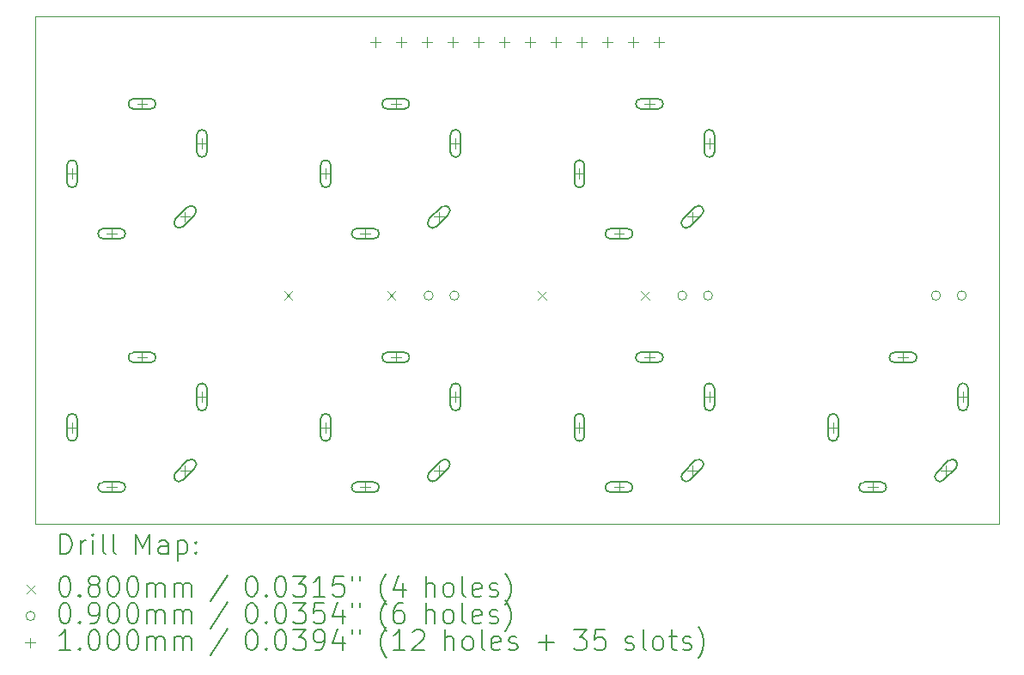
<source format=gbr>
%TF.GenerationSoftware,KiCad,Pcbnew,(7.0.0)*%
%TF.CreationDate,2023-03-06T21:21:28-06:00*%
%TF.ProjectId,SlopesJack,536c6f70-6573-44a6-9163-6b2e6b696361,rev?*%
%TF.SameCoordinates,Original*%
%TF.FileFunction,Drillmap*%
%TF.FilePolarity,Positive*%
%FSLAX45Y45*%
G04 Gerber Fmt 4.5, Leading zero omitted, Abs format (unit mm)*
G04 Created by KiCad (PCBNEW (7.0.0)) date 2023-03-06 21:21:28*
%MOMM*%
%LPD*%
G01*
G04 APERTURE LIST*
%ADD10C,0.100000*%
%ADD11C,0.200000*%
%ADD12C,0.080000*%
%ADD13C,0.090000*%
G04 APERTURE END LIST*
D10*
X30250000Y-13500000D02*
X39750000Y-13500000D01*
X39750000Y-13500000D02*
X39750000Y-18500000D01*
X39750000Y-18500000D02*
X30250000Y-18500000D01*
X30250000Y-18500000D02*
X30250000Y-13500000D01*
D11*
D12*
X32702000Y-16210000D02*
X32782000Y-16290000D01*
X32782000Y-16210000D02*
X32702000Y-16290000D01*
X33718000Y-16210000D02*
X33798000Y-16290000D01*
X33798000Y-16210000D02*
X33718000Y-16290000D01*
X35202000Y-16210000D02*
X35282000Y-16290000D01*
X35282000Y-16210000D02*
X35202000Y-16290000D01*
X36218000Y-16210000D02*
X36298000Y-16290000D01*
X36298000Y-16210000D02*
X36218000Y-16290000D01*
D13*
X34168500Y-16250000D02*
G75*
G03*
X34168500Y-16250000I-45000J0D01*
G01*
X34422500Y-16250000D02*
G75*
G03*
X34422500Y-16250000I-45000J0D01*
G01*
X36668500Y-16250000D02*
G75*
G03*
X36668500Y-16250000I-45000J0D01*
G01*
X36922500Y-16250000D02*
G75*
G03*
X36922500Y-16250000I-45000J0D01*
G01*
X39168500Y-16250000D02*
G75*
G03*
X39168500Y-16250000I-45000J0D01*
G01*
X39422500Y-16250000D02*
G75*
G03*
X39422500Y-16250000I-45000J0D01*
G01*
D10*
X30610000Y-15000000D02*
X30610000Y-15100000D01*
X30560000Y-15050000D02*
X30660000Y-15050000D01*
D11*
X30560000Y-14965000D02*
X30560000Y-15135000D01*
X30560000Y-15135000D02*
G75*
G03*
X30660000Y-15135000I50000J0D01*
G01*
X30660000Y-15135000D02*
X30660000Y-14965000D01*
X30660000Y-14965000D02*
G75*
G03*
X30560000Y-14965000I-50000J0D01*
G01*
D10*
X30610000Y-17500000D02*
X30610000Y-17600000D01*
X30560000Y-17550000D02*
X30660000Y-17550000D01*
D11*
X30560000Y-17465000D02*
X30560000Y-17635000D01*
X30560000Y-17635000D02*
G75*
G03*
X30660000Y-17635000I50000J0D01*
G01*
X30660000Y-17635000D02*
X30660000Y-17465000D01*
X30660000Y-17465000D02*
G75*
G03*
X30560000Y-17465000I-50000J0D01*
G01*
D10*
X31000000Y-15590000D02*
X31000000Y-15690000D01*
X30950000Y-15640000D02*
X31050000Y-15640000D01*
D11*
X30915000Y-15690000D02*
X31085000Y-15690000D01*
X31085000Y-15690000D02*
G75*
G03*
X31085000Y-15590000I0J50000D01*
G01*
X31085000Y-15590000D02*
X30915000Y-15590000D01*
X30915000Y-15590000D02*
G75*
G03*
X30915000Y-15690000I0J-50000D01*
G01*
D10*
X31000000Y-18090000D02*
X31000000Y-18190000D01*
X30950000Y-18140000D02*
X31050000Y-18140000D01*
D11*
X30915000Y-18190000D02*
X31085000Y-18190000D01*
X31085000Y-18190000D02*
G75*
G03*
X31085000Y-18090000I0J50000D01*
G01*
X31085000Y-18090000D02*
X30915000Y-18090000D01*
X30915000Y-18090000D02*
G75*
G03*
X30915000Y-18190000I0J-50000D01*
G01*
D10*
X31300000Y-14310000D02*
X31300000Y-14410000D01*
X31250000Y-14360000D02*
X31350000Y-14360000D01*
D11*
X31215000Y-14410000D02*
X31385000Y-14410000D01*
X31385000Y-14410000D02*
G75*
G03*
X31385000Y-14310000I0J50000D01*
G01*
X31385000Y-14310000D02*
X31215000Y-14310000D01*
X31215000Y-14310000D02*
G75*
G03*
X31215000Y-14410000I0J-50000D01*
G01*
D10*
X31300000Y-16810000D02*
X31300000Y-16910000D01*
X31250000Y-16860000D02*
X31350000Y-16860000D01*
D11*
X31215000Y-16910000D02*
X31385000Y-16910000D01*
X31385000Y-16910000D02*
G75*
G03*
X31385000Y-16810000I0J50000D01*
G01*
X31385000Y-16810000D02*
X31215000Y-16810000D01*
X31215000Y-16810000D02*
G75*
G03*
X31215000Y-16910000I0J-50000D01*
G01*
D10*
X31724000Y-15424000D02*
X31724000Y-15524000D01*
X31674000Y-15474000D02*
X31774000Y-15474000D01*
D11*
X31699251Y-15569459D02*
X31819459Y-15449251D01*
X31819459Y-15449251D02*
G75*
G03*
X31748749Y-15378541I-35355J35355D01*
G01*
X31748749Y-15378541D02*
X31628541Y-15498749D01*
X31628541Y-15498749D02*
G75*
G03*
X31699251Y-15569459I35355J-35355D01*
G01*
D10*
X31724000Y-17924000D02*
X31724000Y-18024000D01*
X31674000Y-17974000D02*
X31774000Y-17974000D01*
D11*
X31699251Y-18069459D02*
X31819459Y-17949251D01*
X31819459Y-17949251D02*
G75*
G03*
X31748749Y-17878541I-35355J35355D01*
G01*
X31748749Y-17878541D02*
X31628541Y-17998749D01*
X31628541Y-17998749D02*
G75*
G03*
X31699251Y-18069459I35355J-35355D01*
G01*
D10*
X31890000Y-14700000D02*
X31890000Y-14800000D01*
X31840000Y-14750000D02*
X31940000Y-14750000D01*
D11*
X31840000Y-14665000D02*
X31840000Y-14835000D01*
X31840000Y-14835000D02*
G75*
G03*
X31940000Y-14835000I50000J0D01*
G01*
X31940000Y-14835000D02*
X31940000Y-14665000D01*
X31940000Y-14665000D02*
G75*
G03*
X31840000Y-14665000I-50000J0D01*
G01*
D10*
X31890000Y-17200000D02*
X31890000Y-17300000D01*
X31840000Y-17250000D02*
X31940000Y-17250000D01*
D11*
X31840000Y-17165000D02*
X31840000Y-17335000D01*
X31840000Y-17335000D02*
G75*
G03*
X31940000Y-17335000I50000J0D01*
G01*
X31940000Y-17335000D02*
X31940000Y-17165000D01*
X31940000Y-17165000D02*
G75*
G03*
X31840000Y-17165000I-50000J0D01*
G01*
D10*
X33110000Y-15000000D02*
X33110000Y-15100000D01*
X33060000Y-15050000D02*
X33160000Y-15050000D01*
D11*
X33060000Y-14965000D02*
X33060000Y-15135000D01*
X33060000Y-15135000D02*
G75*
G03*
X33160000Y-15135000I50000J0D01*
G01*
X33160000Y-15135000D02*
X33160000Y-14965000D01*
X33160000Y-14965000D02*
G75*
G03*
X33060000Y-14965000I-50000J0D01*
G01*
D10*
X33110000Y-17500000D02*
X33110000Y-17600000D01*
X33060000Y-17550000D02*
X33160000Y-17550000D01*
D11*
X33060000Y-17465000D02*
X33060000Y-17635000D01*
X33060000Y-17635000D02*
G75*
G03*
X33160000Y-17635000I50000J0D01*
G01*
X33160000Y-17635000D02*
X33160000Y-17465000D01*
X33160000Y-17465000D02*
G75*
G03*
X33060000Y-17465000I-50000J0D01*
G01*
D10*
X33500000Y-15590000D02*
X33500000Y-15690000D01*
X33450000Y-15640000D02*
X33550000Y-15640000D01*
D11*
X33415000Y-15690000D02*
X33585000Y-15690000D01*
X33585000Y-15690000D02*
G75*
G03*
X33585000Y-15590000I0J50000D01*
G01*
X33585000Y-15590000D02*
X33415000Y-15590000D01*
X33415000Y-15590000D02*
G75*
G03*
X33415000Y-15690000I0J-50000D01*
G01*
D10*
X33500000Y-18090000D02*
X33500000Y-18190000D01*
X33450000Y-18140000D02*
X33550000Y-18140000D01*
D11*
X33415000Y-18190000D02*
X33585000Y-18190000D01*
X33585000Y-18190000D02*
G75*
G03*
X33585000Y-18090000I0J50000D01*
G01*
X33585000Y-18090000D02*
X33415000Y-18090000D01*
X33415000Y-18090000D02*
G75*
G03*
X33415000Y-18190000I0J-50000D01*
G01*
D10*
X33602500Y-13700000D02*
X33602500Y-13800000D01*
X33552500Y-13750000D02*
X33652500Y-13750000D01*
X33800000Y-14310000D02*
X33800000Y-14410000D01*
X33750000Y-14360000D02*
X33850000Y-14360000D01*
D11*
X33715000Y-14410000D02*
X33885000Y-14410000D01*
X33885000Y-14410000D02*
G75*
G03*
X33885000Y-14310000I0J50000D01*
G01*
X33885000Y-14310000D02*
X33715000Y-14310000D01*
X33715000Y-14310000D02*
G75*
G03*
X33715000Y-14410000I0J-50000D01*
G01*
D10*
X33800000Y-16810000D02*
X33800000Y-16910000D01*
X33750000Y-16860000D02*
X33850000Y-16860000D01*
D11*
X33715000Y-16910000D02*
X33885000Y-16910000D01*
X33885000Y-16910000D02*
G75*
G03*
X33885000Y-16810000I0J50000D01*
G01*
X33885000Y-16810000D02*
X33715000Y-16810000D01*
X33715000Y-16810000D02*
G75*
G03*
X33715000Y-16910000I0J-50000D01*
G01*
D10*
X33856500Y-13700000D02*
X33856500Y-13800000D01*
X33806500Y-13750000D02*
X33906500Y-13750000D01*
X34110500Y-13700000D02*
X34110500Y-13800000D01*
X34060500Y-13750000D02*
X34160500Y-13750000D01*
X34224000Y-15424000D02*
X34224000Y-15524000D01*
X34174000Y-15474000D02*
X34274000Y-15474000D01*
D11*
X34199251Y-15569459D02*
X34319459Y-15449251D01*
X34319459Y-15449251D02*
G75*
G03*
X34248749Y-15378541I-35355J35355D01*
G01*
X34248749Y-15378541D02*
X34128541Y-15498749D01*
X34128541Y-15498749D02*
G75*
G03*
X34199251Y-15569459I35355J-35355D01*
G01*
D10*
X34224000Y-17924000D02*
X34224000Y-18024000D01*
X34174000Y-17974000D02*
X34274000Y-17974000D01*
D11*
X34199251Y-18069459D02*
X34319459Y-17949251D01*
X34319459Y-17949251D02*
G75*
G03*
X34248749Y-17878541I-35355J35355D01*
G01*
X34248749Y-17878541D02*
X34128541Y-17998749D01*
X34128541Y-17998749D02*
G75*
G03*
X34199251Y-18069459I35355J-35355D01*
G01*
D10*
X34364500Y-13700000D02*
X34364500Y-13800000D01*
X34314500Y-13750000D02*
X34414500Y-13750000D01*
X34390000Y-14700000D02*
X34390000Y-14800000D01*
X34340000Y-14750000D02*
X34440000Y-14750000D01*
D11*
X34340000Y-14665000D02*
X34340000Y-14835000D01*
X34340000Y-14835000D02*
G75*
G03*
X34440000Y-14835000I50000J0D01*
G01*
X34440000Y-14835000D02*
X34440000Y-14665000D01*
X34440000Y-14665000D02*
G75*
G03*
X34340000Y-14665000I-50000J0D01*
G01*
D10*
X34390000Y-17200000D02*
X34390000Y-17300000D01*
X34340000Y-17250000D02*
X34440000Y-17250000D01*
D11*
X34340000Y-17165000D02*
X34340000Y-17335000D01*
X34340000Y-17335000D02*
G75*
G03*
X34440000Y-17335000I50000J0D01*
G01*
X34440000Y-17335000D02*
X34440000Y-17165000D01*
X34440000Y-17165000D02*
G75*
G03*
X34340000Y-17165000I-50000J0D01*
G01*
D10*
X34618500Y-13700000D02*
X34618500Y-13800000D01*
X34568500Y-13750000D02*
X34668500Y-13750000D01*
X34872500Y-13700000D02*
X34872500Y-13800000D01*
X34822500Y-13750000D02*
X34922500Y-13750000D01*
X35126500Y-13700000D02*
X35126500Y-13800000D01*
X35076500Y-13750000D02*
X35176500Y-13750000D01*
X35380500Y-13700000D02*
X35380500Y-13800000D01*
X35330500Y-13750000D02*
X35430500Y-13750000D01*
X35610000Y-15000000D02*
X35610000Y-15100000D01*
X35560000Y-15050000D02*
X35660000Y-15050000D01*
D11*
X35560000Y-14965000D02*
X35560000Y-15135000D01*
X35560000Y-15135000D02*
G75*
G03*
X35660000Y-15135000I50000J0D01*
G01*
X35660000Y-15135000D02*
X35660000Y-14965000D01*
X35660000Y-14965000D02*
G75*
G03*
X35560000Y-14965000I-50000J0D01*
G01*
D10*
X35610000Y-17500000D02*
X35610000Y-17600000D01*
X35560000Y-17550000D02*
X35660000Y-17550000D01*
D11*
X35560000Y-17465000D02*
X35560000Y-17635000D01*
X35560000Y-17635000D02*
G75*
G03*
X35660000Y-17635000I50000J0D01*
G01*
X35660000Y-17635000D02*
X35660000Y-17465000D01*
X35660000Y-17465000D02*
G75*
G03*
X35560000Y-17465000I-50000J0D01*
G01*
D10*
X35634500Y-13700000D02*
X35634500Y-13800000D01*
X35584500Y-13750000D02*
X35684500Y-13750000D01*
X35888500Y-13700000D02*
X35888500Y-13800000D01*
X35838500Y-13750000D02*
X35938500Y-13750000D01*
X36000000Y-15590000D02*
X36000000Y-15690000D01*
X35950000Y-15640000D02*
X36050000Y-15640000D01*
D11*
X35915000Y-15690000D02*
X36085000Y-15690000D01*
X36085000Y-15690000D02*
G75*
G03*
X36085000Y-15590000I0J50000D01*
G01*
X36085000Y-15590000D02*
X35915000Y-15590000D01*
X35915000Y-15590000D02*
G75*
G03*
X35915000Y-15690000I0J-50000D01*
G01*
D10*
X36000000Y-18090000D02*
X36000000Y-18190000D01*
X35950000Y-18140000D02*
X36050000Y-18140000D01*
D11*
X35915000Y-18190000D02*
X36085000Y-18190000D01*
X36085000Y-18190000D02*
G75*
G03*
X36085000Y-18090000I0J50000D01*
G01*
X36085000Y-18090000D02*
X35915000Y-18090000D01*
X35915000Y-18090000D02*
G75*
G03*
X35915000Y-18190000I0J-50000D01*
G01*
D10*
X36142500Y-13700000D02*
X36142500Y-13800000D01*
X36092500Y-13750000D02*
X36192500Y-13750000D01*
X36300000Y-14310000D02*
X36300000Y-14410000D01*
X36250000Y-14360000D02*
X36350000Y-14360000D01*
D11*
X36215000Y-14410000D02*
X36385000Y-14410000D01*
X36385000Y-14410000D02*
G75*
G03*
X36385000Y-14310000I0J50000D01*
G01*
X36385000Y-14310000D02*
X36215000Y-14310000D01*
X36215000Y-14310000D02*
G75*
G03*
X36215000Y-14410000I0J-50000D01*
G01*
D10*
X36300000Y-16810000D02*
X36300000Y-16910000D01*
X36250000Y-16860000D02*
X36350000Y-16860000D01*
D11*
X36215000Y-16910000D02*
X36385000Y-16910000D01*
X36385000Y-16910000D02*
G75*
G03*
X36385000Y-16810000I0J50000D01*
G01*
X36385000Y-16810000D02*
X36215000Y-16810000D01*
X36215000Y-16810000D02*
G75*
G03*
X36215000Y-16910000I0J-50000D01*
G01*
D10*
X36396500Y-13700000D02*
X36396500Y-13800000D01*
X36346500Y-13750000D02*
X36446500Y-13750000D01*
X36724000Y-15424000D02*
X36724000Y-15524000D01*
X36674000Y-15474000D02*
X36774000Y-15474000D01*
D11*
X36699251Y-15569459D02*
X36819459Y-15449251D01*
X36819459Y-15449251D02*
G75*
G03*
X36748749Y-15378541I-35355J35355D01*
G01*
X36748749Y-15378541D02*
X36628541Y-15498749D01*
X36628541Y-15498749D02*
G75*
G03*
X36699251Y-15569459I35355J-35355D01*
G01*
D10*
X36724000Y-17924000D02*
X36724000Y-18024000D01*
X36674000Y-17974000D02*
X36774000Y-17974000D01*
D11*
X36699251Y-18069459D02*
X36819459Y-17949251D01*
X36819459Y-17949251D02*
G75*
G03*
X36748749Y-17878541I-35355J35355D01*
G01*
X36748749Y-17878541D02*
X36628541Y-17998749D01*
X36628541Y-17998749D02*
G75*
G03*
X36699251Y-18069459I35355J-35355D01*
G01*
D10*
X36890000Y-14700000D02*
X36890000Y-14800000D01*
X36840000Y-14750000D02*
X36940000Y-14750000D01*
D11*
X36840000Y-14665000D02*
X36840000Y-14835000D01*
X36840000Y-14835000D02*
G75*
G03*
X36940000Y-14835000I50000J0D01*
G01*
X36940000Y-14835000D02*
X36940000Y-14665000D01*
X36940000Y-14665000D02*
G75*
G03*
X36840000Y-14665000I-50000J0D01*
G01*
D10*
X36890000Y-17200000D02*
X36890000Y-17300000D01*
X36840000Y-17250000D02*
X36940000Y-17250000D01*
D11*
X36840000Y-17165000D02*
X36840000Y-17335000D01*
X36840000Y-17335000D02*
G75*
G03*
X36940000Y-17335000I50000J0D01*
G01*
X36940000Y-17335000D02*
X36940000Y-17165000D01*
X36940000Y-17165000D02*
G75*
G03*
X36840000Y-17165000I-50000J0D01*
G01*
D10*
X38110000Y-17500000D02*
X38110000Y-17600000D01*
X38060000Y-17550000D02*
X38160000Y-17550000D01*
D11*
X38060000Y-17465000D02*
X38060000Y-17635000D01*
X38060000Y-17635000D02*
G75*
G03*
X38160000Y-17635000I50000J0D01*
G01*
X38160000Y-17635000D02*
X38160000Y-17465000D01*
X38160000Y-17465000D02*
G75*
G03*
X38060000Y-17465000I-50000J0D01*
G01*
D10*
X38500000Y-18090000D02*
X38500000Y-18190000D01*
X38450000Y-18140000D02*
X38550000Y-18140000D01*
D11*
X38415000Y-18190000D02*
X38585000Y-18190000D01*
X38585000Y-18190000D02*
G75*
G03*
X38585000Y-18090000I0J50000D01*
G01*
X38585000Y-18090000D02*
X38415000Y-18090000D01*
X38415000Y-18090000D02*
G75*
G03*
X38415000Y-18190000I0J-50000D01*
G01*
D10*
X38800000Y-16810000D02*
X38800000Y-16910000D01*
X38750000Y-16860000D02*
X38850000Y-16860000D01*
D11*
X38715000Y-16910000D02*
X38885000Y-16910000D01*
X38885000Y-16910000D02*
G75*
G03*
X38885000Y-16810000I0J50000D01*
G01*
X38885000Y-16810000D02*
X38715000Y-16810000D01*
X38715000Y-16810000D02*
G75*
G03*
X38715000Y-16910000I0J-50000D01*
G01*
D10*
X39224000Y-17924000D02*
X39224000Y-18024000D01*
X39174000Y-17974000D02*
X39274000Y-17974000D01*
D11*
X39199251Y-18069459D02*
X39319459Y-17949251D01*
X39319459Y-17949251D02*
G75*
G03*
X39248749Y-17878541I-35355J35355D01*
G01*
X39248749Y-17878541D02*
X39128541Y-17998749D01*
X39128541Y-17998749D02*
G75*
G03*
X39199251Y-18069459I35355J-35355D01*
G01*
D10*
X39390000Y-17200000D02*
X39390000Y-17300000D01*
X39340000Y-17250000D02*
X39440000Y-17250000D01*
D11*
X39340000Y-17165000D02*
X39340000Y-17335000D01*
X39340000Y-17335000D02*
G75*
G03*
X39440000Y-17335000I50000J0D01*
G01*
X39440000Y-17335000D02*
X39440000Y-17165000D01*
X39440000Y-17165000D02*
G75*
G03*
X39340000Y-17165000I-50000J0D01*
G01*
X30492619Y-18798476D02*
X30492619Y-18598476D01*
X30492619Y-18598476D02*
X30540238Y-18598476D01*
X30540238Y-18598476D02*
X30568809Y-18608000D01*
X30568809Y-18608000D02*
X30587857Y-18627048D01*
X30587857Y-18627048D02*
X30597381Y-18646095D01*
X30597381Y-18646095D02*
X30606905Y-18684190D01*
X30606905Y-18684190D02*
X30606905Y-18712762D01*
X30606905Y-18712762D02*
X30597381Y-18750857D01*
X30597381Y-18750857D02*
X30587857Y-18769905D01*
X30587857Y-18769905D02*
X30568809Y-18788952D01*
X30568809Y-18788952D02*
X30540238Y-18798476D01*
X30540238Y-18798476D02*
X30492619Y-18798476D01*
X30692619Y-18798476D02*
X30692619Y-18665143D01*
X30692619Y-18703238D02*
X30702143Y-18684190D01*
X30702143Y-18684190D02*
X30711667Y-18674667D01*
X30711667Y-18674667D02*
X30730714Y-18665143D01*
X30730714Y-18665143D02*
X30749762Y-18665143D01*
X30816428Y-18798476D02*
X30816428Y-18665143D01*
X30816428Y-18598476D02*
X30806905Y-18608000D01*
X30806905Y-18608000D02*
X30816428Y-18617524D01*
X30816428Y-18617524D02*
X30825952Y-18608000D01*
X30825952Y-18608000D02*
X30816428Y-18598476D01*
X30816428Y-18598476D02*
X30816428Y-18617524D01*
X30940238Y-18798476D02*
X30921190Y-18788952D01*
X30921190Y-18788952D02*
X30911667Y-18769905D01*
X30911667Y-18769905D02*
X30911667Y-18598476D01*
X31045000Y-18798476D02*
X31025952Y-18788952D01*
X31025952Y-18788952D02*
X31016428Y-18769905D01*
X31016428Y-18769905D02*
X31016428Y-18598476D01*
X31241190Y-18798476D02*
X31241190Y-18598476D01*
X31241190Y-18598476D02*
X31307857Y-18741333D01*
X31307857Y-18741333D02*
X31374524Y-18598476D01*
X31374524Y-18598476D02*
X31374524Y-18798476D01*
X31555476Y-18798476D02*
X31555476Y-18693714D01*
X31555476Y-18693714D02*
X31545952Y-18674667D01*
X31545952Y-18674667D02*
X31526905Y-18665143D01*
X31526905Y-18665143D02*
X31488809Y-18665143D01*
X31488809Y-18665143D02*
X31469762Y-18674667D01*
X31555476Y-18788952D02*
X31536428Y-18798476D01*
X31536428Y-18798476D02*
X31488809Y-18798476D01*
X31488809Y-18798476D02*
X31469762Y-18788952D01*
X31469762Y-18788952D02*
X31460238Y-18769905D01*
X31460238Y-18769905D02*
X31460238Y-18750857D01*
X31460238Y-18750857D02*
X31469762Y-18731810D01*
X31469762Y-18731810D02*
X31488809Y-18722286D01*
X31488809Y-18722286D02*
X31536428Y-18722286D01*
X31536428Y-18722286D02*
X31555476Y-18712762D01*
X31650714Y-18665143D02*
X31650714Y-18865143D01*
X31650714Y-18674667D02*
X31669762Y-18665143D01*
X31669762Y-18665143D02*
X31707857Y-18665143D01*
X31707857Y-18665143D02*
X31726905Y-18674667D01*
X31726905Y-18674667D02*
X31736428Y-18684190D01*
X31736428Y-18684190D02*
X31745952Y-18703238D01*
X31745952Y-18703238D02*
X31745952Y-18760381D01*
X31745952Y-18760381D02*
X31736428Y-18779429D01*
X31736428Y-18779429D02*
X31726905Y-18788952D01*
X31726905Y-18788952D02*
X31707857Y-18798476D01*
X31707857Y-18798476D02*
X31669762Y-18798476D01*
X31669762Y-18798476D02*
X31650714Y-18788952D01*
X31831667Y-18779429D02*
X31841190Y-18788952D01*
X31841190Y-18788952D02*
X31831667Y-18798476D01*
X31831667Y-18798476D02*
X31822143Y-18788952D01*
X31822143Y-18788952D02*
X31831667Y-18779429D01*
X31831667Y-18779429D02*
X31831667Y-18798476D01*
X31831667Y-18674667D02*
X31841190Y-18684190D01*
X31841190Y-18684190D02*
X31831667Y-18693714D01*
X31831667Y-18693714D02*
X31822143Y-18684190D01*
X31822143Y-18684190D02*
X31831667Y-18674667D01*
X31831667Y-18674667D02*
X31831667Y-18693714D01*
D12*
X30165000Y-19105000D02*
X30245000Y-19185000D01*
X30245000Y-19105000D02*
X30165000Y-19185000D01*
D11*
X30530714Y-19018476D02*
X30549762Y-19018476D01*
X30549762Y-19018476D02*
X30568809Y-19028000D01*
X30568809Y-19028000D02*
X30578333Y-19037524D01*
X30578333Y-19037524D02*
X30587857Y-19056571D01*
X30587857Y-19056571D02*
X30597381Y-19094667D01*
X30597381Y-19094667D02*
X30597381Y-19142286D01*
X30597381Y-19142286D02*
X30587857Y-19180381D01*
X30587857Y-19180381D02*
X30578333Y-19199429D01*
X30578333Y-19199429D02*
X30568809Y-19208952D01*
X30568809Y-19208952D02*
X30549762Y-19218476D01*
X30549762Y-19218476D02*
X30530714Y-19218476D01*
X30530714Y-19218476D02*
X30511667Y-19208952D01*
X30511667Y-19208952D02*
X30502143Y-19199429D01*
X30502143Y-19199429D02*
X30492619Y-19180381D01*
X30492619Y-19180381D02*
X30483095Y-19142286D01*
X30483095Y-19142286D02*
X30483095Y-19094667D01*
X30483095Y-19094667D02*
X30492619Y-19056571D01*
X30492619Y-19056571D02*
X30502143Y-19037524D01*
X30502143Y-19037524D02*
X30511667Y-19028000D01*
X30511667Y-19028000D02*
X30530714Y-19018476D01*
X30683095Y-19199429D02*
X30692619Y-19208952D01*
X30692619Y-19208952D02*
X30683095Y-19218476D01*
X30683095Y-19218476D02*
X30673571Y-19208952D01*
X30673571Y-19208952D02*
X30683095Y-19199429D01*
X30683095Y-19199429D02*
X30683095Y-19218476D01*
X30806905Y-19104190D02*
X30787857Y-19094667D01*
X30787857Y-19094667D02*
X30778333Y-19085143D01*
X30778333Y-19085143D02*
X30768809Y-19066095D01*
X30768809Y-19066095D02*
X30768809Y-19056571D01*
X30768809Y-19056571D02*
X30778333Y-19037524D01*
X30778333Y-19037524D02*
X30787857Y-19028000D01*
X30787857Y-19028000D02*
X30806905Y-19018476D01*
X30806905Y-19018476D02*
X30845000Y-19018476D01*
X30845000Y-19018476D02*
X30864048Y-19028000D01*
X30864048Y-19028000D02*
X30873571Y-19037524D01*
X30873571Y-19037524D02*
X30883095Y-19056571D01*
X30883095Y-19056571D02*
X30883095Y-19066095D01*
X30883095Y-19066095D02*
X30873571Y-19085143D01*
X30873571Y-19085143D02*
X30864048Y-19094667D01*
X30864048Y-19094667D02*
X30845000Y-19104190D01*
X30845000Y-19104190D02*
X30806905Y-19104190D01*
X30806905Y-19104190D02*
X30787857Y-19113714D01*
X30787857Y-19113714D02*
X30778333Y-19123238D01*
X30778333Y-19123238D02*
X30768809Y-19142286D01*
X30768809Y-19142286D02*
X30768809Y-19180381D01*
X30768809Y-19180381D02*
X30778333Y-19199429D01*
X30778333Y-19199429D02*
X30787857Y-19208952D01*
X30787857Y-19208952D02*
X30806905Y-19218476D01*
X30806905Y-19218476D02*
X30845000Y-19218476D01*
X30845000Y-19218476D02*
X30864048Y-19208952D01*
X30864048Y-19208952D02*
X30873571Y-19199429D01*
X30873571Y-19199429D02*
X30883095Y-19180381D01*
X30883095Y-19180381D02*
X30883095Y-19142286D01*
X30883095Y-19142286D02*
X30873571Y-19123238D01*
X30873571Y-19123238D02*
X30864048Y-19113714D01*
X30864048Y-19113714D02*
X30845000Y-19104190D01*
X31006905Y-19018476D02*
X31025952Y-19018476D01*
X31025952Y-19018476D02*
X31045000Y-19028000D01*
X31045000Y-19028000D02*
X31054524Y-19037524D01*
X31054524Y-19037524D02*
X31064048Y-19056571D01*
X31064048Y-19056571D02*
X31073571Y-19094667D01*
X31073571Y-19094667D02*
X31073571Y-19142286D01*
X31073571Y-19142286D02*
X31064048Y-19180381D01*
X31064048Y-19180381D02*
X31054524Y-19199429D01*
X31054524Y-19199429D02*
X31045000Y-19208952D01*
X31045000Y-19208952D02*
X31025952Y-19218476D01*
X31025952Y-19218476D02*
X31006905Y-19218476D01*
X31006905Y-19218476D02*
X30987857Y-19208952D01*
X30987857Y-19208952D02*
X30978333Y-19199429D01*
X30978333Y-19199429D02*
X30968809Y-19180381D01*
X30968809Y-19180381D02*
X30959286Y-19142286D01*
X30959286Y-19142286D02*
X30959286Y-19094667D01*
X30959286Y-19094667D02*
X30968809Y-19056571D01*
X30968809Y-19056571D02*
X30978333Y-19037524D01*
X30978333Y-19037524D02*
X30987857Y-19028000D01*
X30987857Y-19028000D02*
X31006905Y-19018476D01*
X31197381Y-19018476D02*
X31216429Y-19018476D01*
X31216429Y-19018476D02*
X31235476Y-19028000D01*
X31235476Y-19028000D02*
X31245000Y-19037524D01*
X31245000Y-19037524D02*
X31254524Y-19056571D01*
X31254524Y-19056571D02*
X31264048Y-19094667D01*
X31264048Y-19094667D02*
X31264048Y-19142286D01*
X31264048Y-19142286D02*
X31254524Y-19180381D01*
X31254524Y-19180381D02*
X31245000Y-19199429D01*
X31245000Y-19199429D02*
X31235476Y-19208952D01*
X31235476Y-19208952D02*
X31216429Y-19218476D01*
X31216429Y-19218476D02*
X31197381Y-19218476D01*
X31197381Y-19218476D02*
X31178333Y-19208952D01*
X31178333Y-19208952D02*
X31168809Y-19199429D01*
X31168809Y-19199429D02*
X31159286Y-19180381D01*
X31159286Y-19180381D02*
X31149762Y-19142286D01*
X31149762Y-19142286D02*
X31149762Y-19094667D01*
X31149762Y-19094667D02*
X31159286Y-19056571D01*
X31159286Y-19056571D02*
X31168809Y-19037524D01*
X31168809Y-19037524D02*
X31178333Y-19028000D01*
X31178333Y-19028000D02*
X31197381Y-19018476D01*
X31349762Y-19218476D02*
X31349762Y-19085143D01*
X31349762Y-19104190D02*
X31359286Y-19094667D01*
X31359286Y-19094667D02*
X31378333Y-19085143D01*
X31378333Y-19085143D02*
X31406905Y-19085143D01*
X31406905Y-19085143D02*
X31425952Y-19094667D01*
X31425952Y-19094667D02*
X31435476Y-19113714D01*
X31435476Y-19113714D02*
X31435476Y-19218476D01*
X31435476Y-19113714D02*
X31445000Y-19094667D01*
X31445000Y-19094667D02*
X31464048Y-19085143D01*
X31464048Y-19085143D02*
X31492619Y-19085143D01*
X31492619Y-19085143D02*
X31511667Y-19094667D01*
X31511667Y-19094667D02*
X31521190Y-19113714D01*
X31521190Y-19113714D02*
X31521190Y-19218476D01*
X31616429Y-19218476D02*
X31616429Y-19085143D01*
X31616429Y-19104190D02*
X31625952Y-19094667D01*
X31625952Y-19094667D02*
X31645000Y-19085143D01*
X31645000Y-19085143D02*
X31673571Y-19085143D01*
X31673571Y-19085143D02*
X31692619Y-19094667D01*
X31692619Y-19094667D02*
X31702143Y-19113714D01*
X31702143Y-19113714D02*
X31702143Y-19218476D01*
X31702143Y-19113714D02*
X31711667Y-19094667D01*
X31711667Y-19094667D02*
X31730714Y-19085143D01*
X31730714Y-19085143D02*
X31759286Y-19085143D01*
X31759286Y-19085143D02*
X31778333Y-19094667D01*
X31778333Y-19094667D02*
X31787857Y-19113714D01*
X31787857Y-19113714D02*
X31787857Y-19218476D01*
X32145952Y-19008952D02*
X31974524Y-19266095D01*
X32370714Y-19018476D02*
X32389762Y-19018476D01*
X32389762Y-19018476D02*
X32408810Y-19028000D01*
X32408810Y-19028000D02*
X32418333Y-19037524D01*
X32418333Y-19037524D02*
X32427857Y-19056571D01*
X32427857Y-19056571D02*
X32437381Y-19094667D01*
X32437381Y-19094667D02*
X32437381Y-19142286D01*
X32437381Y-19142286D02*
X32427857Y-19180381D01*
X32427857Y-19180381D02*
X32418333Y-19199429D01*
X32418333Y-19199429D02*
X32408810Y-19208952D01*
X32408810Y-19208952D02*
X32389762Y-19218476D01*
X32389762Y-19218476D02*
X32370714Y-19218476D01*
X32370714Y-19218476D02*
X32351667Y-19208952D01*
X32351667Y-19208952D02*
X32342143Y-19199429D01*
X32342143Y-19199429D02*
X32332619Y-19180381D01*
X32332619Y-19180381D02*
X32323095Y-19142286D01*
X32323095Y-19142286D02*
X32323095Y-19094667D01*
X32323095Y-19094667D02*
X32332619Y-19056571D01*
X32332619Y-19056571D02*
X32342143Y-19037524D01*
X32342143Y-19037524D02*
X32351667Y-19028000D01*
X32351667Y-19028000D02*
X32370714Y-19018476D01*
X32523095Y-19199429D02*
X32532619Y-19208952D01*
X32532619Y-19208952D02*
X32523095Y-19218476D01*
X32523095Y-19218476D02*
X32513571Y-19208952D01*
X32513571Y-19208952D02*
X32523095Y-19199429D01*
X32523095Y-19199429D02*
X32523095Y-19218476D01*
X32656429Y-19018476D02*
X32675476Y-19018476D01*
X32675476Y-19018476D02*
X32694524Y-19028000D01*
X32694524Y-19028000D02*
X32704048Y-19037524D01*
X32704048Y-19037524D02*
X32713571Y-19056571D01*
X32713571Y-19056571D02*
X32723095Y-19094667D01*
X32723095Y-19094667D02*
X32723095Y-19142286D01*
X32723095Y-19142286D02*
X32713571Y-19180381D01*
X32713571Y-19180381D02*
X32704048Y-19199429D01*
X32704048Y-19199429D02*
X32694524Y-19208952D01*
X32694524Y-19208952D02*
X32675476Y-19218476D01*
X32675476Y-19218476D02*
X32656429Y-19218476D01*
X32656429Y-19218476D02*
X32637381Y-19208952D01*
X32637381Y-19208952D02*
X32627857Y-19199429D01*
X32627857Y-19199429D02*
X32618333Y-19180381D01*
X32618333Y-19180381D02*
X32608810Y-19142286D01*
X32608810Y-19142286D02*
X32608810Y-19094667D01*
X32608810Y-19094667D02*
X32618333Y-19056571D01*
X32618333Y-19056571D02*
X32627857Y-19037524D01*
X32627857Y-19037524D02*
X32637381Y-19028000D01*
X32637381Y-19028000D02*
X32656429Y-19018476D01*
X32789762Y-19018476D02*
X32913571Y-19018476D01*
X32913571Y-19018476D02*
X32846905Y-19094667D01*
X32846905Y-19094667D02*
X32875476Y-19094667D01*
X32875476Y-19094667D02*
X32894524Y-19104190D01*
X32894524Y-19104190D02*
X32904048Y-19113714D01*
X32904048Y-19113714D02*
X32913571Y-19132762D01*
X32913571Y-19132762D02*
X32913571Y-19180381D01*
X32913571Y-19180381D02*
X32904048Y-19199429D01*
X32904048Y-19199429D02*
X32894524Y-19208952D01*
X32894524Y-19208952D02*
X32875476Y-19218476D01*
X32875476Y-19218476D02*
X32818333Y-19218476D01*
X32818333Y-19218476D02*
X32799286Y-19208952D01*
X32799286Y-19208952D02*
X32789762Y-19199429D01*
X33104048Y-19218476D02*
X32989762Y-19218476D01*
X33046905Y-19218476D02*
X33046905Y-19018476D01*
X33046905Y-19018476D02*
X33027857Y-19047048D01*
X33027857Y-19047048D02*
X33008810Y-19066095D01*
X33008810Y-19066095D02*
X32989762Y-19075619D01*
X33285000Y-19018476D02*
X33189762Y-19018476D01*
X33189762Y-19018476D02*
X33180238Y-19113714D01*
X33180238Y-19113714D02*
X33189762Y-19104190D01*
X33189762Y-19104190D02*
X33208810Y-19094667D01*
X33208810Y-19094667D02*
X33256429Y-19094667D01*
X33256429Y-19094667D02*
X33275476Y-19104190D01*
X33275476Y-19104190D02*
X33285000Y-19113714D01*
X33285000Y-19113714D02*
X33294524Y-19132762D01*
X33294524Y-19132762D02*
X33294524Y-19180381D01*
X33294524Y-19180381D02*
X33285000Y-19199429D01*
X33285000Y-19199429D02*
X33275476Y-19208952D01*
X33275476Y-19208952D02*
X33256429Y-19218476D01*
X33256429Y-19218476D02*
X33208810Y-19218476D01*
X33208810Y-19218476D02*
X33189762Y-19208952D01*
X33189762Y-19208952D02*
X33180238Y-19199429D01*
X33370714Y-19018476D02*
X33370714Y-19056571D01*
X33446905Y-19018476D02*
X33446905Y-19056571D01*
X33709762Y-19294667D02*
X33700238Y-19285143D01*
X33700238Y-19285143D02*
X33681191Y-19256571D01*
X33681191Y-19256571D02*
X33671667Y-19237524D01*
X33671667Y-19237524D02*
X33662143Y-19208952D01*
X33662143Y-19208952D02*
X33652619Y-19161333D01*
X33652619Y-19161333D02*
X33652619Y-19123238D01*
X33652619Y-19123238D02*
X33662143Y-19075619D01*
X33662143Y-19075619D02*
X33671667Y-19047048D01*
X33671667Y-19047048D02*
X33681191Y-19028000D01*
X33681191Y-19028000D02*
X33700238Y-18999429D01*
X33700238Y-18999429D02*
X33709762Y-18989905D01*
X33871667Y-19085143D02*
X33871667Y-19218476D01*
X33824048Y-19008952D02*
X33776429Y-19151810D01*
X33776429Y-19151810D02*
X33900238Y-19151810D01*
X34096429Y-19218476D02*
X34096429Y-19018476D01*
X34182143Y-19218476D02*
X34182143Y-19113714D01*
X34182143Y-19113714D02*
X34172619Y-19094667D01*
X34172619Y-19094667D02*
X34153572Y-19085143D01*
X34153572Y-19085143D02*
X34125000Y-19085143D01*
X34125000Y-19085143D02*
X34105953Y-19094667D01*
X34105953Y-19094667D02*
X34096429Y-19104190D01*
X34305953Y-19218476D02*
X34286905Y-19208952D01*
X34286905Y-19208952D02*
X34277381Y-19199429D01*
X34277381Y-19199429D02*
X34267857Y-19180381D01*
X34267857Y-19180381D02*
X34267857Y-19123238D01*
X34267857Y-19123238D02*
X34277381Y-19104190D01*
X34277381Y-19104190D02*
X34286905Y-19094667D01*
X34286905Y-19094667D02*
X34305953Y-19085143D01*
X34305953Y-19085143D02*
X34334524Y-19085143D01*
X34334524Y-19085143D02*
X34353572Y-19094667D01*
X34353572Y-19094667D02*
X34363095Y-19104190D01*
X34363095Y-19104190D02*
X34372619Y-19123238D01*
X34372619Y-19123238D02*
X34372619Y-19180381D01*
X34372619Y-19180381D02*
X34363095Y-19199429D01*
X34363095Y-19199429D02*
X34353572Y-19208952D01*
X34353572Y-19208952D02*
X34334524Y-19218476D01*
X34334524Y-19218476D02*
X34305953Y-19218476D01*
X34486905Y-19218476D02*
X34467857Y-19208952D01*
X34467857Y-19208952D02*
X34458334Y-19189905D01*
X34458334Y-19189905D02*
X34458334Y-19018476D01*
X34639286Y-19208952D02*
X34620238Y-19218476D01*
X34620238Y-19218476D02*
X34582143Y-19218476D01*
X34582143Y-19218476D02*
X34563095Y-19208952D01*
X34563095Y-19208952D02*
X34553572Y-19189905D01*
X34553572Y-19189905D02*
X34553572Y-19113714D01*
X34553572Y-19113714D02*
X34563095Y-19094667D01*
X34563095Y-19094667D02*
X34582143Y-19085143D01*
X34582143Y-19085143D02*
X34620238Y-19085143D01*
X34620238Y-19085143D02*
X34639286Y-19094667D01*
X34639286Y-19094667D02*
X34648810Y-19113714D01*
X34648810Y-19113714D02*
X34648810Y-19132762D01*
X34648810Y-19132762D02*
X34553572Y-19151810D01*
X34725000Y-19208952D02*
X34744048Y-19218476D01*
X34744048Y-19218476D02*
X34782143Y-19218476D01*
X34782143Y-19218476D02*
X34801191Y-19208952D01*
X34801191Y-19208952D02*
X34810715Y-19189905D01*
X34810715Y-19189905D02*
X34810715Y-19180381D01*
X34810715Y-19180381D02*
X34801191Y-19161333D01*
X34801191Y-19161333D02*
X34782143Y-19151810D01*
X34782143Y-19151810D02*
X34753572Y-19151810D01*
X34753572Y-19151810D02*
X34734524Y-19142286D01*
X34734524Y-19142286D02*
X34725000Y-19123238D01*
X34725000Y-19123238D02*
X34725000Y-19113714D01*
X34725000Y-19113714D02*
X34734524Y-19094667D01*
X34734524Y-19094667D02*
X34753572Y-19085143D01*
X34753572Y-19085143D02*
X34782143Y-19085143D01*
X34782143Y-19085143D02*
X34801191Y-19094667D01*
X34877381Y-19294667D02*
X34886905Y-19285143D01*
X34886905Y-19285143D02*
X34905953Y-19256571D01*
X34905953Y-19256571D02*
X34915476Y-19237524D01*
X34915476Y-19237524D02*
X34925000Y-19208952D01*
X34925000Y-19208952D02*
X34934524Y-19161333D01*
X34934524Y-19161333D02*
X34934524Y-19123238D01*
X34934524Y-19123238D02*
X34925000Y-19075619D01*
X34925000Y-19075619D02*
X34915476Y-19047048D01*
X34915476Y-19047048D02*
X34905953Y-19028000D01*
X34905953Y-19028000D02*
X34886905Y-18999429D01*
X34886905Y-18999429D02*
X34877381Y-18989905D01*
D13*
X30245000Y-19409000D02*
G75*
G03*
X30245000Y-19409000I-45000J0D01*
G01*
D11*
X30530714Y-19282476D02*
X30549762Y-19282476D01*
X30549762Y-19282476D02*
X30568809Y-19292000D01*
X30568809Y-19292000D02*
X30578333Y-19301524D01*
X30578333Y-19301524D02*
X30587857Y-19320571D01*
X30587857Y-19320571D02*
X30597381Y-19358667D01*
X30597381Y-19358667D02*
X30597381Y-19406286D01*
X30597381Y-19406286D02*
X30587857Y-19444381D01*
X30587857Y-19444381D02*
X30578333Y-19463429D01*
X30578333Y-19463429D02*
X30568809Y-19472952D01*
X30568809Y-19472952D02*
X30549762Y-19482476D01*
X30549762Y-19482476D02*
X30530714Y-19482476D01*
X30530714Y-19482476D02*
X30511667Y-19472952D01*
X30511667Y-19472952D02*
X30502143Y-19463429D01*
X30502143Y-19463429D02*
X30492619Y-19444381D01*
X30492619Y-19444381D02*
X30483095Y-19406286D01*
X30483095Y-19406286D02*
X30483095Y-19358667D01*
X30483095Y-19358667D02*
X30492619Y-19320571D01*
X30492619Y-19320571D02*
X30502143Y-19301524D01*
X30502143Y-19301524D02*
X30511667Y-19292000D01*
X30511667Y-19292000D02*
X30530714Y-19282476D01*
X30683095Y-19463429D02*
X30692619Y-19472952D01*
X30692619Y-19472952D02*
X30683095Y-19482476D01*
X30683095Y-19482476D02*
X30673571Y-19472952D01*
X30673571Y-19472952D02*
X30683095Y-19463429D01*
X30683095Y-19463429D02*
X30683095Y-19482476D01*
X30787857Y-19482476D02*
X30825952Y-19482476D01*
X30825952Y-19482476D02*
X30845000Y-19472952D01*
X30845000Y-19472952D02*
X30854524Y-19463429D01*
X30854524Y-19463429D02*
X30873571Y-19434857D01*
X30873571Y-19434857D02*
X30883095Y-19396762D01*
X30883095Y-19396762D02*
X30883095Y-19320571D01*
X30883095Y-19320571D02*
X30873571Y-19301524D01*
X30873571Y-19301524D02*
X30864048Y-19292000D01*
X30864048Y-19292000D02*
X30845000Y-19282476D01*
X30845000Y-19282476D02*
X30806905Y-19282476D01*
X30806905Y-19282476D02*
X30787857Y-19292000D01*
X30787857Y-19292000D02*
X30778333Y-19301524D01*
X30778333Y-19301524D02*
X30768809Y-19320571D01*
X30768809Y-19320571D02*
X30768809Y-19368190D01*
X30768809Y-19368190D02*
X30778333Y-19387238D01*
X30778333Y-19387238D02*
X30787857Y-19396762D01*
X30787857Y-19396762D02*
X30806905Y-19406286D01*
X30806905Y-19406286D02*
X30845000Y-19406286D01*
X30845000Y-19406286D02*
X30864048Y-19396762D01*
X30864048Y-19396762D02*
X30873571Y-19387238D01*
X30873571Y-19387238D02*
X30883095Y-19368190D01*
X31006905Y-19282476D02*
X31025952Y-19282476D01*
X31025952Y-19282476D02*
X31045000Y-19292000D01*
X31045000Y-19292000D02*
X31054524Y-19301524D01*
X31054524Y-19301524D02*
X31064048Y-19320571D01*
X31064048Y-19320571D02*
X31073571Y-19358667D01*
X31073571Y-19358667D02*
X31073571Y-19406286D01*
X31073571Y-19406286D02*
X31064048Y-19444381D01*
X31064048Y-19444381D02*
X31054524Y-19463429D01*
X31054524Y-19463429D02*
X31045000Y-19472952D01*
X31045000Y-19472952D02*
X31025952Y-19482476D01*
X31025952Y-19482476D02*
X31006905Y-19482476D01*
X31006905Y-19482476D02*
X30987857Y-19472952D01*
X30987857Y-19472952D02*
X30978333Y-19463429D01*
X30978333Y-19463429D02*
X30968809Y-19444381D01*
X30968809Y-19444381D02*
X30959286Y-19406286D01*
X30959286Y-19406286D02*
X30959286Y-19358667D01*
X30959286Y-19358667D02*
X30968809Y-19320571D01*
X30968809Y-19320571D02*
X30978333Y-19301524D01*
X30978333Y-19301524D02*
X30987857Y-19292000D01*
X30987857Y-19292000D02*
X31006905Y-19282476D01*
X31197381Y-19282476D02*
X31216429Y-19282476D01*
X31216429Y-19282476D02*
X31235476Y-19292000D01*
X31235476Y-19292000D02*
X31245000Y-19301524D01*
X31245000Y-19301524D02*
X31254524Y-19320571D01*
X31254524Y-19320571D02*
X31264048Y-19358667D01*
X31264048Y-19358667D02*
X31264048Y-19406286D01*
X31264048Y-19406286D02*
X31254524Y-19444381D01*
X31254524Y-19444381D02*
X31245000Y-19463429D01*
X31245000Y-19463429D02*
X31235476Y-19472952D01*
X31235476Y-19472952D02*
X31216429Y-19482476D01*
X31216429Y-19482476D02*
X31197381Y-19482476D01*
X31197381Y-19482476D02*
X31178333Y-19472952D01*
X31178333Y-19472952D02*
X31168809Y-19463429D01*
X31168809Y-19463429D02*
X31159286Y-19444381D01*
X31159286Y-19444381D02*
X31149762Y-19406286D01*
X31149762Y-19406286D02*
X31149762Y-19358667D01*
X31149762Y-19358667D02*
X31159286Y-19320571D01*
X31159286Y-19320571D02*
X31168809Y-19301524D01*
X31168809Y-19301524D02*
X31178333Y-19292000D01*
X31178333Y-19292000D02*
X31197381Y-19282476D01*
X31349762Y-19482476D02*
X31349762Y-19349143D01*
X31349762Y-19368190D02*
X31359286Y-19358667D01*
X31359286Y-19358667D02*
X31378333Y-19349143D01*
X31378333Y-19349143D02*
X31406905Y-19349143D01*
X31406905Y-19349143D02*
X31425952Y-19358667D01*
X31425952Y-19358667D02*
X31435476Y-19377714D01*
X31435476Y-19377714D02*
X31435476Y-19482476D01*
X31435476Y-19377714D02*
X31445000Y-19358667D01*
X31445000Y-19358667D02*
X31464048Y-19349143D01*
X31464048Y-19349143D02*
X31492619Y-19349143D01*
X31492619Y-19349143D02*
X31511667Y-19358667D01*
X31511667Y-19358667D02*
X31521190Y-19377714D01*
X31521190Y-19377714D02*
X31521190Y-19482476D01*
X31616429Y-19482476D02*
X31616429Y-19349143D01*
X31616429Y-19368190D02*
X31625952Y-19358667D01*
X31625952Y-19358667D02*
X31645000Y-19349143D01*
X31645000Y-19349143D02*
X31673571Y-19349143D01*
X31673571Y-19349143D02*
X31692619Y-19358667D01*
X31692619Y-19358667D02*
X31702143Y-19377714D01*
X31702143Y-19377714D02*
X31702143Y-19482476D01*
X31702143Y-19377714D02*
X31711667Y-19358667D01*
X31711667Y-19358667D02*
X31730714Y-19349143D01*
X31730714Y-19349143D02*
X31759286Y-19349143D01*
X31759286Y-19349143D02*
X31778333Y-19358667D01*
X31778333Y-19358667D02*
X31787857Y-19377714D01*
X31787857Y-19377714D02*
X31787857Y-19482476D01*
X32145952Y-19272952D02*
X31974524Y-19530095D01*
X32370714Y-19282476D02*
X32389762Y-19282476D01*
X32389762Y-19282476D02*
X32408810Y-19292000D01*
X32408810Y-19292000D02*
X32418333Y-19301524D01*
X32418333Y-19301524D02*
X32427857Y-19320571D01*
X32427857Y-19320571D02*
X32437381Y-19358667D01*
X32437381Y-19358667D02*
X32437381Y-19406286D01*
X32437381Y-19406286D02*
X32427857Y-19444381D01*
X32427857Y-19444381D02*
X32418333Y-19463429D01*
X32418333Y-19463429D02*
X32408810Y-19472952D01*
X32408810Y-19472952D02*
X32389762Y-19482476D01*
X32389762Y-19482476D02*
X32370714Y-19482476D01*
X32370714Y-19482476D02*
X32351667Y-19472952D01*
X32351667Y-19472952D02*
X32342143Y-19463429D01*
X32342143Y-19463429D02*
X32332619Y-19444381D01*
X32332619Y-19444381D02*
X32323095Y-19406286D01*
X32323095Y-19406286D02*
X32323095Y-19358667D01*
X32323095Y-19358667D02*
X32332619Y-19320571D01*
X32332619Y-19320571D02*
X32342143Y-19301524D01*
X32342143Y-19301524D02*
X32351667Y-19292000D01*
X32351667Y-19292000D02*
X32370714Y-19282476D01*
X32523095Y-19463429D02*
X32532619Y-19472952D01*
X32532619Y-19472952D02*
X32523095Y-19482476D01*
X32523095Y-19482476D02*
X32513571Y-19472952D01*
X32513571Y-19472952D02*
X32523095Y-19463429D01*
X32523095Y-19463429D02*
X32523095Y-19482476D01*
X32656429Y-19282476D02*
X32675476Y-19282476D01*
X32675476Y-19282476D02*
X32694524Y-19292000D01*
X32694524Y-19292000D02*
X32704048Y-19301524D01*
X32704048Y-19301524D02*
X32713571Y-19320571D01*
X32713571Y-19320571D02*
X32723095Y-19358667D01*
X32723095Y-19358667D02*
X32723095Y-19406286D01*
X32723095Y-19406286D02*
X32713571Y-19444381D01*
X32713571Y-19444381D02*
X32704048Y-19463429D01*
X32704048Y-19463429D02*
X32694524Y-19472952D01*
X32694524Y-19472952D02*
X32675476Y-19482476D01*
X32675476Y-19482476D02*
X32656429Y-19482476D01*
X32656429Y-19482476D02*
X32637381Y-19472952D01*
X32637381Y-19472952D02*
X32627857Y-19463429D01*
X32627857Y-19463429D02*
X32618333Y-19444381D01*
X32618333Y-19444381D02*
X32608810Y-19406286D01*
X32608810Y-19406286D02*
X32608810Y-19358667D01*
X32608810Y-19358667D02*
X32618333Y-19320571D01*
X32618333Y-19320571D02*
X32627857Y-19301524D01*
X32627857Y-19301524D02*
X32637381Y-19292000D01*
X32637381Y-19292000D02*
X32656429Y-19282476D01*
X32789762Y-19282476D02*
X32913571Y-19282476D01*
X32913571Y-19282476D02*
X32846905Y-19358667D01*
X32846905Y-19358667D02*
X32875476Y-19358667D01*
X32875476Y-19358667D02*
X32894524Y-19368190D01*
X32894524Y-19368190D02*
X32904048Y-19377714D01*
X32904048Y-19377714D02*
X32913571Y-19396762D01*
X32913571Y-19396762D02*
X32913571Y-19444381D01*
X32913571Y-19444381D02*
X32904048Y-19463429D01*
X32904048Y-19463429D02*
X32894524Y-19472952D01*
X32894524Y-19472952D02*
X32875476Y-19482476D01*
X32875476Y-19482476D02*
X32818333Y-19482476D01*
X32818333Y-19482476D02*
X32799286Y-19472952D01*
X32799286Y-19472952D02*
X32789762Y-19463429D01*
X33094524Y-19282476D02*
X32999286Y-19282476D01*
X32999286Y-19282476D02*
X32989762Y-19377714D01*
X32989762Y-19377714D02*
X32999286Y-19368190D01*
X32999286Y-19368190D02*
X33018333Y-19358667D01*
X33018333Y-19358667D02*
X33065952Y-19358667D01*
X33065952Y-19358667D02*
X33085000Y-19368190D01*
X33085000Y-19368190D02*
X33094524Y-19377714D01*
X33094524Y-19377714D02*
X33104048Y-19396762D01*
X33104048Y-19396762D02*
X33104048Y-19444381D01*
X33104048Y-19444381D02*
X33094524Y-19463429D01*
X33094524Y-19463429D02*
X33085000Y-19472952D01*
X33085000Y-19472952D02*
X33065952Y-19482476D01*
X33065952Y-19482476D02*
X33018333Y-19482476D01*
X33018333Y-19482476D02*
X32999286Y-19472952D01*
X32999286Y-19472952D02*
X32989762Y-19463429D01*
X33275476Y-19349143D02*
X33275476Y-19482476D01*
X33227857Y-19272952D02*
X33180238Y-19415810D01*
X33180238Y-19415810D02*
X33304048Y-19415810D01*
X33370714Y-19282476D02*
X33370714Y-19320571D01*
X33446905Y-19282476D02*
X33446905Y-19320571D01*
X33709762Y-19558667D02*
X33700238Y-19549143D01*
X33700238Y-19549143D02*
X33681191Y-19520571D01*
X33681191Y-19520571D02*
X33671667Y-19501524D01*
X33671667Y-19501524D02*
X33662143Y-19472952D01*
X33662143Y-19472952D02*
X33652619Y-19425333D01*
X33652619Y-19425333D02*
X33652619Y-19387238D01*
X33652619Y-19387238D02*
X33662143Y-19339619D01*
X33662143Y-19339619D02*
X33671667Y-19311048D01*
X33671667Y-19311048D02*
X33681191Y-19292000D01*
X33681191Y-19292000D02*
X33700238Y-19263429D01*
X33700238Y-19263429D02*
X33709762Y-19253905D01*
X33871667Y-19282476D02*
X33833572Y-19282476D01*
X33833572Y-19282476D02*
X33814524Y-19292000D01*
X33814524Y-19292000D02*
X33805000Y-19301524D01*
X33805000Y-19301524D02*
X33785953Y-19330095D01*
X33785953Y-19330095D02*
X33776429Y-19368190D01*
X33776429Y-19368190D02*
X33776429Y-19444381D01*
X33776429Y-19444381D02*
X33785953Y-19463429D01*
X33785953Y-19463429D02*
X33795476Y-19472952D01*
X33795476Y-19472952D02*
X33814524Y-19482476D01*
X33814524Y-19482476D02*
X33852619Y-19482476D01*
X33852619Y-19482476D02*
X33871667Y-19472952D01*
X33871667Y-19472952D02*
X33881191Y-19463429D01*
X33881191Y-19463429D02*
X33890714Y-19444381D01*
X33890714Y-19444381D02*
X33890714Y-19396762D01*
X33890714Y-19396762D02*
X33881191Y-19377714D01*
X33881191Y-19377714D02*
X33871667Y-19368190D01*
X33871667Y-19368190D02*
X33852619Y-19358667D01*
X33852619Y-19358667D02*
X33814524Y-19358667D01*
X33814524Y-19358667D02*
X33795476Y-19368190D01*
X33795476Y-19368190D02*
X33785953Y-19377714D01*
X33785953Y-19377714D02*
X33776429Y-19396762D01*
X34096429Y-19482476D02*
X34096429Y-19282476D01*
X34182143Y-19482476D02*
X34182143Y-19377714D01*
X34182143Y-19377714D02*
X34172619Y-19358667D01*
X34172619Y-19358667D02*
X34153572Y-19349143D01*
X34153572Y-19349143D02*
X34125000Y-19349143D01*
X34125000Y-19349143D02*
X34105953Y-19358667D01*
X34105953Y-19358667D02*
X34096429Y-19368190D01*
X34305953Y-19482476D02*
X34286905Y-19472952D01*
X34286905Y-19472952D02*
X34277381Y-19463429D01*
X34277381Y-19463429D02*
X34267857Y-19444381D01*
X34267857Y-19444381D02*
X34267857Y-19387238D01*
X34267857Y-19387238D02*
X34277381Y-19368190D01*
X34277381Y-19368190D02*
X34286905Y-19358667D01*
X34286905Y-19358667D02*
X34305953Y-19349143D01*
X34305953Y-19349143D02*
X34334524Y-19349143D01*
X34334524Y-19349143D02*
X34353572Y-19358667D01*
X34353572Y-19358667D02*
X34363095Y-19368190D01*
X34363095Y-19368190D02*
X34372619Y-19387238D01*
X34372619Y-19387238D02*
X34372619Y-19444381D01*
X34372619Y-19444381D02*
X34363095Y-19463429D01*
X34363095Y-19463429D02*
X34353572Y-19472952D01*
X34353572Y-19472952D02*
X34334524Y-19482476D01*
X34334524Y-19482476D02*
X34305953Y-19482476D01*
X34486905Y-19482476D02*
X34467857Y-19472952D01*
X34467857Y-19472952D02*
X34458334Y-19453905D01*
X34458334Y-19453905D02*
X34458334Y-19282476D01*
X34639286Y-19472952D02*
X34620238Y-19482476D01*
X34620238Y-19482476D02*
X34582143Y-19482476D01*
X34582143Y-19482476D02*
X34563095Y-19472952D01*
X34563095Y-19472952D02*
X34553572Y-19453905D01*
X34553572Y-19453905D02*
X34553572Y-19377714D01*
X34553572Y-19377714D02*
X34563095Y-19358667D01*
X34563095Y-19358667D02*
X34582143Y-19349143D01*
X34582143Y-19349143D02*
X34620238Y-19349143D01*
X34620238Y-19349143D02*
X34639286Y-19358667D01*
X34639286Y-19358667D02*
X34648810Y-19377714D01*
X34648810Y-19377714D02*
X34648810Y-19396762D01*
X34648810Y-19396762D02*
X34553572Y-19415810D01*
X34725000Y-19472952D02*
X34744048Y-19482476D01*
X34744048Y-19482476D02*
X34782143Y-19482476D01*
X34782143Y-19482476D02*
X34801191Y-19472952D01*
X34801191Y-19472952D02*
X34810715Y-19453905D01*
X34810715Y-19453905D02*
X34810715Y-19444381D01*
X34810715Y-19444381D02*
X34801191Y-19425333D01*
X34801191Y-19425333D02*
X34782143Y-19415810D01*
X34782143Y-19415810D02*
X34753572Y-19415810D01*
X34753572Y-19415810D02*
X34734524Y-19406286D01*
X34734524Y-19406286D02*
X34725000Y-19387238D01*
X34725000Y-19387238D02*
X34725000Y-19377714D01*
X34725000Y-19377714D02*
X34734524Y-19358667D01*
X34734524Y-19358667D02*
X34753572Y-19349143D01*
X34753572Y-19349143D02*
X34782143Y-19349143D01*
X34782143Y-19349143D02*
X34801191Y-19358667D01*
X34877381Y-19558667D02*
X34886905Y-19549143D01*
X34886905Y-19549143D02*
X34905953Y-19520571D01*
X34905953Y-19520571D02*
X34915476Y-19501524D01*
X34915476Y-19501524D02*
X34925000Y-19472952D01*
X34925000Y-19472952D02*
X34934524Y-19425333D01*
X34934524Y-19425333D02*
X34934524Y-19387238D01*
X34934524Y-19387238D02*
X34925000Y-19339619D01*
X34925000Y-19339619D02*
X34915476Y-19311048D01*
X34915476Y-19311048D02*
X34905953Y-19292000D01*
X34905953Y-19292000D02*
X34886905Y-19263429D01*
X34886905Y-19263429D02*
X34877381Y-19253905D01*
D10*
X30195000Y-19623000D02*
X30195000Y-19723000D01*
X30145000Y-19673000D02*
X30245000Y-19673000D01*
D11*
X30597381Y-19746476D02*
X30483095Y-19746476D01*
X30540238Y-19746476D02*
X30540238Y-19546476D01*
X30540238Y-19546476D02*
X30521190Y-19575048D01*
X30521190Y-19575048D02*
X30502143Y-19594095D01*
X30502143Y-19594095D02*
X30483095Y-19603619D01*
X30683095Y-19727429D02*
X30692619Y-19736952D01*
X30692619Y-19736952D02*
X30683095Y-19746476D01*
X30683095Y-19746476D02*
X30673571Y-19736952D01*
X30673571Y-19736952D02*
X30683095Y-19727429D01*
X30683095Y-19727429D02*
X30683095Y-19746476D01*
X30816428Y-19546476D02*
X30835476Y-19546476D01*
X30835476Y-19546476D02*
X30854524Y-19556000D01*
X30854524Y-19556000D02*
X30864048Y-19565524D01*
X30864048Y-19565524D02*
X30873571Y-19584571D01*
X30873571Y-19584571D02*
X30883095Y-19622667D01*
X30883095Y-19622667D02*
X30883095Y-19670286D01*
X30883095Y-19670286D02*
X30873571Y-19708381D01*
X30873571Y-19708381D02*
X30864048Y-19727429D01*
X30864048Y-19727429D02*
X30854524Y-19736952D01*
X30854524Y-19736952D02*
X30835476Y-19746476D01*
X30835476Y-19746476D02*
X30816428Y-19746476D01*
X30816428Y-19746476D02*
X30797381Y-19736952D01*
X30797381Y-19736952D02*
X30787857Y-19727429D01*
X30787857Y-19727429D02*
X30778333Y-19708381D01*
X30778333Y-19708381D02*
X30768809Y-19670286D01*
X30768809Y-19670286D02*
X30768809Y-19622667D01*
X30768809Y-19622667D02*
X30778333Y-19584571D01*
X30778333Y-19584571D02*
X30787857Y-19565524D01*
X30787857Y-19565524D02*
X30797381Y-19556000D01*
X30797381Y-19556000D02*
X30816428Y-19546476D01*
X31006905Y-19546476D02*
X31025952Y-19546476D01*
X31025952Y-19546476D02*
X31045000Y-19556000D01*
X31045000Y-19556000D02*
X31054524Y-19565524D01*
X31054524Y-19565524D02*
X31064048Y-19584571D01*
X31064048Y-19584571D02*
X31073571Y-19622667D01*
X31073571Y-19622667D02*
X31073571Y-19670286D01*
X31073571Y-19670286D02*
X31064048Y-19708381D01*
X31064048Y-19708381D02*
X31054524Y-19727429D01*
X31054524Y-19727429D02*
X31045000Y-19736952D01*
X31045000Y-19736952D02*
X31025952Y-19746476D01*
X31025952Y-19746476D02*
X31006905Y-19746476D01*
X31006905Y-19746476D02*
X30987857Y-19736952D01*
X30987857Y-19736952D02*
X30978333Y-19727429D01*
X30978333Y-19727429D02*
X30968809Y-19708381D01*
X30968809Y-19708381D02*
X30959286Y-19670286D01*
X30959286Y-19670286D02*
X30959286Y-19622667D01*
X30959286Y-19622667D02*
X30968809Y-19584571D01*
X30968809Y-19584571D02*
X30978333Y-19565524D01*
X30978333Y-19565524D02*
X30987857Y-19556000D01*
X30987857Y-19556000D02*
X31006905Y-19546476D01*
X31197381Y-19546476D02*
X31216429Y-19546476D01*
X31216429Y-19546476D02*
X31235476Y-19556000D01*
X31235476Y-19556000D02*
X31245000Y-19565524D01*
X31245000Y-19565524D02*
X31254524Y-19584571D01*
X31254524Y-19584571D02*
X31264048Y-19622667D01*
X31264048Y-19622667D02*
X31264048Y-19670286D01*
X31264048Y-19670286D02*
X31254524Y-19708381D01*
X31254524Y-19708381D02*
X31245000Y-19727429D01*
X31245000Y-19727429D02*
X31235476Y-19736952D01*
X31235476Y-19736952D02*
X31216429Y-19746476D01*
X31216429Y-19746476D02*
X31197381Y-19746476D01*
X31197381Y-19746476D02*
X31178333Y-19736952D01*
X31178333Y-19736952D02*
X31168809Y-19727429D01*
X31168809Y-19727429D02*
X31159286Y-19708381D01*
X31159286Y-19708381D02*
X31149762Y-19670286D01*
X31149762Y-19670286D02*
X31149762Y-19622667D01*
X31149762Y-19622667D02*
X31159286Y-19584571D01*
X31159286Y-19584571D02*
X31168809Y-19565524D01*
X31168809Y-19565524D02*
X31178333Y-19556000D01*
X31178333Y-19556000D02*
X31197381Y-19546476D01*
X31349762Y-19746476D02*
X31349762Y-19613143D01*
X31349762Y-19632190D02*
X31359286Y-19622667D01*
X31359286Y-19622667D02*
X31378333Y-19613143D01*
X31378333Y-19613143D02*
X31406905Y-19613143D01*
X31406905Y-19613143D02*
X31425952Y-19622667D01*
X31425952Y-19622667D02*
X31435476Y-19641714D01*
X31435476Y-19641714D02*
X31435476Y-19746476D01*
X31435476Y-19641714D02*
X31445000Y-19622667D01*
X31445000Y-19622667D02*
X31464048Y-19613143D01*
X31464048Y-19613143D02*
X31492619Y-19613143D01*
X31492619Y-19613143D02*
X31511667Y-19622667D01*
X31511667Y-19622667D02*
X31521190Y-19641714D01*
X31521190Y-19641714D02*
X31521190Y-19746476D01*
X31616429Y-19746476D02*
X31616429Y-19613143D01*
X31616429Y-19632190D02*
X31625952Y-19622667D01*
X31625952Y-19622667D02*
X31645000Y-19613143D01*
X31645000Y-19613143D02*
X31673571Y-19613143D01*
X31673571Y-19613143D02*
X31692619Y-19622667D01*
X31692619Y-19622667D02*
X31702143Y-19641714D01*
X31702143Y-19641714D02*
X31702143Y-19746476D01*
X31702143Y-19641714D02*
X31711667Y-19622667D01*
X31711667Y-19622667D02*
X31730714Y-19613143D01*
X31730714Y-19613143D02*
X31759286Y-19613143D01*
X31759286Y-19613143D02*
X31778333Y-19622667D01*
X31778333Y-19622667D02*
X31787857Y-19641714D01*
X31787857Y-19641714D02*
X31787857Y-19746476D01*
X32145952Y-19536952D02*
X31974524Y-19794095D01*
X32370714Y-19546476D02*
X32389762Y-19546476D01*
X32389762Y-19546476D02*
X32408810Y-19556000D01*
X32408810Y-19556000D02*
X32418333Y-19565524D01*
X32418333Y-19565524D02*
X32427857Y-19584571D01*
X32427857Y-19584571D02*
X32437381Y-19622667D01*
X32437381Y-19622667D02*
X32437381Y-19670286D01*
X32437381Y-19670286D02*
X32427857Y-19708381D01*
X32427857Y-19708381D02*
X32418333Y-19727429D01*
X32418333Y-19727429D02*
X32408810Y-19736952D01*
X32408810Y-19736952D02*
X32389762Y-19746476D01*
X32389762Y-19746476D02*
X32370714Y-19746476D01*
X32370714Y-19746476D02*
X32351667Y-19736952D01*
X32351667Y-19736952D02*
X32342143Y-19727429D01*
X32342143Y-19727429D02*
X32332619Y-19708381D01*
X32332619Y-19708381D02*
X32323095Y-19670286D01*
X32323095Y-19670286D02*
X32323095Y-19622667D01*
X32323095Y-19622667D02*
X32332619Y-19584571D01*
X32332619Y-19584571D02*
X32342143Y-19565524D01*
X32342143Y-19565524D02*
X32351667Y-19556000D01*
X32351667Y-19556000D02*
X32370714Y-19546476D01*
X32523095Y-19727429D02*
X32532619Y-19736952D01*
X32532619Y-19736952D02*
X32523095Y-19746476D01*
X32523095Y-19746476D02*
X32513571Y-19736952D01*
X32513571Y-19736952D02*
X32523095Y-19727429D01*
X32523095Y-19727429D02*
X32523095Y-19746476D01*
X32656429Y-19546476D02*
X32675476Y-19546476D01*
X32675476Y-19546476D02*
X32694524Y-19556000D01*
X32694524Y-19556000D02*
X32704048Y-19565524D01*
X32704048Y-19565524D02*
X32713571Y-19584571D01*
X32713571Y-19584571D02*
X32723095Y-19622667D01*
X32723095Y-19622667D02*
X32723095Y-19670286D01*
X32723095Y-19670286D02*
X32713571Y-19708381D01*
X32713571Y-19708381D02*
X32704048Y-19727429D01*
X32704048Y-19727429D02*
X32694524Y-19736952D01*
X32694524Y-19736952D02*
X32675476Y-19746476D01*
X32675476Y-19746476D02*
X32656429Y-19746476D01*
X32656429Y-19746476D02*
X32637381Y-19736952D01*
X32637381Y-19736952D02*
X32627857Y-19727429D01*
X32627857Y-19727429D02*
X32618333Y-19708381D01*
X32618333Y-19708381D02*
X32608810Y-19670286D01*
X32608810Y-19670286D02*
X32608810Y-19622667D01*
X32608810Y-19622667D02*
X32618333Y-19584571D01*
X32618333Y-19584571D02*
X32627857Y-19565524D01*
X32627857Y-19565524D02*
X32637381Y-19556000D01*
X32637381Y-19556000D02*
X32656429Y-19546476D01*
X32789762Y-19546476D02*
X32913571Y-19546476D01*
X32913571Y-19546476D02*
X32846905Y-19622667D01*
X32846905Y-19622667D02*
X32875476Y-19622667D01*
X32875476Y-19622667D02*
X32894524Y-19632190D01*
X32894524Y-19632190D02*
X32904048Y-19641714D01*
X32904048Y-19641714D02*
X32913571Y-19660762D01*
X32913571Y-19660762D02*
X32913571Y-19708381D01*
X32913571Y-19708381D02*
X32904048Y-19727429D01*
X32904048Y-19727429D02*
X32894524Y-19736952D01*
X32894524Y-19736952D02*
X32875476Y-19746476D01*
X32875476Y-19746476D02*
X32818333Y-19746476D01*
X32818333Y-19746476D02*
X32799286Y-19736952D01*
X32799286Y-19736952D02*
X32789762Y-19727429D01*
X33008810Y-19746476D02*
X33046905Y-19746476D01*
X33046905Y-19746476D02*
X33065952Y-19736952D01*
X33065952Y-19736952D02*
X33075476Y-19727429D01*
X33075476Y-19727429D02*
X33094524Y-19698857D01*
X33094524Y-19698857D02*
X33104048Y-19660762D01*
X33104048Y-19660762D02*
X33104048Y-19584571D01*
X33104048Y-19584571D02*
X33094524Y-19565524D01*
X33094524Y-19565524D02*
X33085000Y-19556000D01*
X33085000Y-19556000D02*
X33065952Y-19546476D01*
X33065952Y-19546476D02*
X33027857Y-19546476D01*
X33027857Y-19546476D02*
X33008810Y-19556000D01*
X33008810Y-19556000D02*
X32999286Y-19565524D01*
X32999286Y-19565524D02*
X32989762Y-19584571D01*
X32989762Y-19584571D02*
X32989762Y-19632190D01*
X32989762Y-19632190D02*
X32999286Y-19651238D01*
X32999286Y-19651238D02*
X33008810Y-19660762D01*
X33008810Y-19660762D02*
X33027857Y-19670286D01*
X33027857Y-19670286D02*
X33065952Y-19670286D01*
X33065952Y-19670286D02*
X33085000Y-19660762D01*
X33085000Y-19660762D02*
X33094524Y-19651238D01*
X33094524Y-19651238D02*
X33104048Y-19632190D01*
X33275476Y-19613143D02*
X33275476Y-19746476D01*
X33227857Y-19536952D02*
X33180238Y-19679810D01*
X33180238Y-19679810D02*
X33304048Y-19679810D01*
X33370714Y-19546476D02*
X33370714Y-19584571D01*
X33446905Y-19546476D02*
X33446905Y-19584571D01*
X33709762Y-19822667D02*
X33700238Y-19813143D01*
X33700238Y-19813143D02*
X33681191Y-19784571D01*
X33681191Y-19784571D02*
X33671667Y-19765524D01*
X33671667Y-19765524D02*
X33662143Y-19736952D01*
X33662143Y-19736952D02*
X33652619Y-19689333D01*
X33652619Y-19689333D02*
X33652619Y-19651238D01*
X33652619Y-19651238D02*
X33662143Y-19603619D01*
X33662143Y-19603619D02*
X33671667Y-19575048D01*
X33671667Y-19575048D02*
X33681191Y-19556000D01*
X33681191Y-19556000D02*
X33700238Y-19527429D01*
X33700238Y-19527429D02*
X33709762Y-19517905D01*
X33890714Y-19746476D02*
X33776429Y-19746476D01*
X33833572Y-19746476D02*
X33833572Y-19546476D01*
X33833572Y-19546476D02*
X33814524Y-19575048D01*
X33814524Y-19575048D02*
X33795476Y-19594095D01*
X33795476Y-19594095D02*
X33776429Y-19603619D01*
X33966905Y-19565524D02*
X33976429Y-19556000D01*
X33976429Y-19556000D02*
X33995476Y-19546476D01*
X33995476Y-19546476D02*
X34043095Y-19546476D01*
X34043095Y-19546476D02*
X34062143Y-19556000D01*
X34062143Y-19556000D02*
X34071667Y-19565524D01*
X34071667Y-19565524D02*
X34081191Y-19584571D01*
X34081191Y-19584571D02*
X34081191Y-19603619D01*
X34081191Y-19603619D02*
X34071667Y-19632190D01*
X34071667Y-19632190D02*
X33957381Y-19746476D01*
X33957381Y-19746476D02*
X34081191Y-19746476D01*
X34286905Y-19746476D02*
X34286905Y-19546476D01*
X34372619Y-19746476D02*
X34372619Y-19641714D01*
X34372619Y-19641714D02*
X34363095Y-19622667D01*
X34363095Y-19622667D02*
X34344048Y-19613143D01*
X34344048Y-19613143D02*
X34315476Y-19613143D01*
X34315476Y-19613143D02*
X34296429Y-19622667D01*
X34296429Y-19622667D02*
X34286905Y-19632190D01*
X34496429Y-19746476D02*
X34477381Y-19736952D01*
X34477381Y-19736952D02*
X34467857Y-19727429D01*
X34467857Y-19727429D02*
X34458334Y-19708381D01*
X34458334Y-19708381D02*
X34458334Y-19651238D01*
X34458334Y-19651238D02*
X34467857Y-19632190D01*
X34467857Y-19632190D02*
X34477381Y-19622667D01*
X34477381Y-19622667D02*
X34496429Y-19613143D01*
X34496429Y-19613143D02*
X34525000Y-19613143D01*
X34525000Y-19613143D02*
X34544048Y-19622667D01*
X34544048Y-19622667D02*
X34553572Y-19632190D01*
X34553572Y-19632190D02*
X34563095Y-19651238D01*
X34563095Y-19651238D02*
X34563095Y-19708381D01*
X34563095Y-19708381D02*
X34553572Y-19727429D01*
X34553572Y-19727429D02*
X34544048Y-19736952D01*
X34544048Y-19736952D02*
X34525000Y-19746476D01*
X34525000Y-19746476D02*
X34496429Y-19746476D01*
X34677381Y-19746476D02*
X34658334Y-19736952D01*
X34658334Y-19736952D02*
X34648810Y-19717905D01*
X34648810Y-19717905D02*
X34648810Y-19546476D01*
X34829762Y-19736952D02*
X34810715Y-19746476D01*
X34810715Y-19746476D02*
X34772619Y-19746476D01*
X34772619Y-19746476D02*
X34753572Y-19736952D01*
X34753572Y-19736952D02*
X34744048Y-19717905D01*
X34744048Y-19717905D02*
X34744048Y-19641714D01*
X34744048Y-19641714D02*
X34753572Y-19622667D01*
X34753572Y-19622667D02*
X34772619Y-19613143D01*
X34772619Y-19613143D02*
X34810715Y-19613143D01*
X34810715Y-19613143D02*
X34829762Y-19622667D01*
X34829762Y-19622667D02*
X34839286Y-19641714D01*
X34839286Y-19641714D02*
X34839286Y-19660762D01*
X34839286Y-19660762D02*
X34744048Y-19679810D01*
X34915476Y-19736952D02*
X34934524Y-19746476D01*
X34934524Y-19746476D02*
X34972619Y-19746476D01*
X34972619Y-19746476D02*
X34991667Y-19736952D01*
X34991667Y-19736952D02*
X35001191Y-19717905D01*
X35001191Y-19717905D02*
X35001191Y-19708381D01*
X35001191Y-19708381D02*
X34991667Y-19689333D01*
X34991667Y-19689333D02*
X34972619Y-19679810D01*
X34972619Y-19679810D02*
X34944048Y-19679810D01*
X34944048Y-19679810D02*
X34925000Y-19670286D01*
X34925000Y-19670286D02*
X34915476Y-19651238D01*
X34915476Y-19651238D02*
X34915476Y-19641714D01*
X34915476Y-19641714D02*
X34925000Y-19622667D01*
X34925000Y-19622667D02*
X34944048Y-19613143D01*
X34944048Y-19613143D02*
X34972619Y-19613143D01*
X34972619Y-19613143D02*
X34991667Y-19622667D01*
X35206905Y-19670286D02*
X35359286Y-19670286D01*
X35283096Y-19746476D02*
X35283096Y-19594095D01*
X35555476Y-19546476D02*
X35679286Y-19546476D01*
X35679286Y-19546476D02*
X35612619Y-19622667D01*
X35612619Y-19622667D02*
X35641191Y-19622667D01*
X35641191Y-19622667D02*
X35660238Y-19632190D01*
X35660238Y-19632190D02*
X35669762Y-19641714D01*
X35669762Y-19641714D02*
X35679286Y-19660762D01*
X35679286Y-19660762D02*
X35679286Y-19708381D01*
X35679286Y-19708381D02*
X35669762Y-19727429D01*
X35669762Y-19727429D02*
X35660238Y-19736952D01*
X35660238Y-19736952D02*
X35641191Y-19746476D01*
X35641191Y-19746476D02*
X35584048Y-19746476D01*
X35584048Y-19746476D02*
X35565000Y-19736952D01*
X35565000Y-19736952D02*
X35555476Y-19727429D01*
X35860238Y-19546476D02*
X35765000Y-19546476D01*
X35765000Y-19546476D02*
X35755476Y-19641714D01*
X35755476Y-19641714D02*
X35765000Y-19632190D01*
X35765000Y-19632190D02*
X35784048Y-19622667D01*
X35784048Y-19622667D02*
X35831667Y-19622667D01*
X35831667Y-19622667D02*
X35850715Y-19632190D01*
X35850715Y-19632190D02*
X35860238Y-19641714D01*
X35860238Y-19641714D02*
X35869762Y-19660762D01*
X35869762Y-19660762D02*
X35869762Y-19708381D01*
X35869762Y-19708381D02*
X35860238Y-19727429D01*
X35860238Y-19727429D02*
X35850715Y-19736952D01*
X35850715Y-19736952D02*
X35831667Y-19746476D01*
X35831667Y-19746476D02*
X35784048Y-19746476D01*
X35784048Y-19746476D02*
X35765000Y-19736952D01*
X35765000Y-19736952D02*
X35755476Y-19727429D01*
X36065953Y-19736952D02*
X36085000Y-19746476D01*
X36085000Y-19746476D02*
X36123095Y-19746476D01*
X36123095Y-19746476D02*
X36142143Y-19736952D01*
X36142143Y-19736952D02*
X36151667Y-19717905D01*
X36151667Y-19717905D02*
X36151667Y-19708381D01*
X36151667Y-19708381D02*
X36142143Y-19689333D01*
X36142143Y-19689333D02*
X36123095Y-19679810D01*
X36123095Y-19679810D02*
X36094524Y-19679810D01*
X36094524Y-19679810D02*
X36075476Y-19670286D01*
X36075476Y-19670286D02*
X36065953Y-19651238D01*
X36065953Y-19651238D02*
X36065953Y-19641714D01*
X36065953Y-19641714D02*
X36075476Y-19622667D01*
X36075476Y-19622667D02*
X36094524Y-19613143D01*
X36094524Y-19613143D02*
X36123095Y-19613143D01*
X36123095Y-19613143D02*
X36142143Y-19622667D01*
X36265953Y-19746476D02*
X36246905Y-19736952D01*
X36246905Y-19736952D02*
X36237381Y-19717905D01*
X36237381Y-19717905D02*
X36237381Y-19546476D01*
X36370715Y-19746476D02*
X36351667Y-19736952D01*
X36351667Y-19736952D02*
X36342143Y-19727429D01*
X36342143Y-19727429D02*
X36332619Y-19708381D01*
X36332619Y-19708381D02*
X36332619Y-19651238D01*
X36332619Y-19651238D02*
X36342143Y-19632190D01*
X36342143Y-19632190D02*
X36351667Y-19622667D01*
X36351667Y-19622667D02*
X36370715Y-19613143D01*
X36370715Y-19613143D02*
X36399286Y-19613143D01*
X36399286Y-19613143D02*
X36418334Y-19622667D01*
X36418334Y-19622667D02*
X36427857Y-19632190D01*
X36427857Y-19632190D02*
X36437381Y-19651238D01*
X36437381Y-19651238D02*
X36437381Y-19708381D01*
X36437381Y-19708381D02*
X36427857Y-19727429D01*
X36427857Y-19727429D02*
X36418334Y-19736952D01*
X36418334Y-19736952D02*
X36399286Y-19746476D01*
X36399286Y-19746476D02*
X36370715Y-19746476D01*
X36494524Y-19613143D02*
X36570715Y-19613143D01*
X36523096Y-19546476D02*
X36523096Y-19717905D01*
X36523096Y-19717905D02*
X36532619Y-19736952D01*
X36532619Y-19736952D02*
X36551667Y-19746476D01*
X36551667Y-19746476D02*
X36570715Y-19746476D01*
X36627857Y-19736952D02*
X36646905Y-19746476D01*
X36646905Y-19746476D02*
X36685000Y-19746476D01*
X36685000Y-19746476D02*
X36704048Y-19736952D01*
X36704048Y-19736952D02*
X36713572Y-19717905D01*
X36713572Y-19717905D02*
X36713572Y-19708381D01*
X36713572Y-19708381D02*
X36704048Y-19689333D01*
X36704048Y-19689333D02*
X36685000Y-19679810D01*
X36685000Y-19679810D02*
X36656429Y-19679810D01*
X36656429Y-19679810D02*
X36637381Y-19670286D01*
X36637381Y-19670286D02*
X36627857Y-19651238D01*
X36627857Y-19651238D02*
X36627857Y-19641714D01*
X36627857Y-19641714D02*
X36637381Y-19622667D01*
X36637381Y-19622667D02*
X36656429Y-19613143D01*
X36656429Y-19613143D02*
X36685000Y-19613143D01*
X36685000Y-19613143D02*
X36704048Y-19622667D01*
X36780238Y-19822667D02*
X36789762Y-19813143D01*
X36789762Y-19813143D02*
X36808810Y-19784571D01*
X36808810Y-19784571D02*
X36818334Y-19765524D01*
X36818334Y-19765524D02*
X36827857Y-19736952D01*
X36827857Y-19736952D02*
X36837381Y-19689333D01*
X36837381Y-19689333D02*
X36837381Y-19651238D01*
X36837381Y-19651238D02*
X36827857Y-19603619D01*
X36827857Y-19603619D02*
X36818334Y-19575048D01*
X36818334Y-19575048D02*
X36808810Y-19556000D01*
X36808810Y-19556000D02*
X36789762Y-19527429D01*
X36789762Y-19527429D02*
X36780238Y-19517905D01*
M02*

</source>
